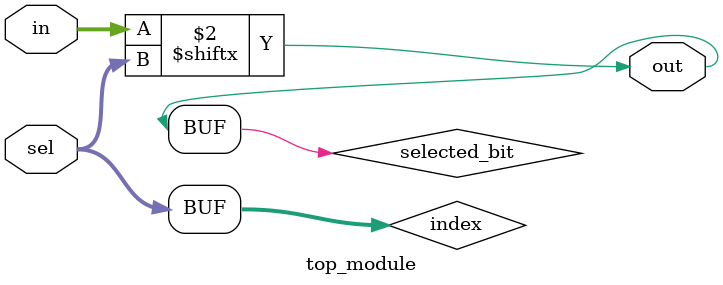
<source format=sv>
module top_module (
	input [255:0] in,
	input [7:0] sel,
	output  out
);

    reg [7:0] index;
    wire selected_bit;
    
    always @(*) begin
        index = sel;
        selected_bit = in[index];
    end
    
    assign out = selected_bit;

endmodule

</source>
